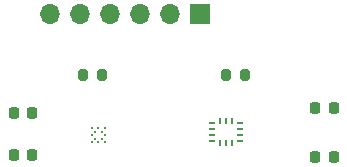
<source format=gbr>
%TF.GenerationSoftware,KiCad,Pcbnew,(6.0.7)*%
%TF.CreationDate,2023-01-24T00:42:55-08:00*%
%TF.ProjectId,Sensors,53656e73-6f72-4732-9e6b-696361645f70,rev?*%
%TF.SameCoordinates,Original*%
%TF.FileFunction,Soldermask,Top*%
%TF.FilePolarity,Negative*%
%FSLAX46Y46*%
G04 Gerber Fmt 4.6, Leading zero omitted, Abs format (unit mm)*
G04 Created by KiCad (PCBNEW (6.0.7)) date 2023-01-24 00:42:55*
%MOMM*%
%LPD*%
G01*
G04 APERTURE LIST*
G04 Aperture macros list*
%AMRoundRect*
0 Rectangle with rounded corners*
0 $1 Rounding radius*
0 $2 $3 $4 $5 $6 $7 $8 $9 X,Y pos of 4 corners*
0 Add a 4 corners polygon primitive as box body*
4,1,4,$2,$3,$4,$5,$6,$7,$8,$9,$2,$3,0*
0 Add four circle primitives for the rounded corners*
1,1,$1+$1,$2,$3*
1,1,$1+$1,$4,$5*
1,1,$1+$1,$6,$7*
1,1,$1+$1,$8,$9*
0 Add four rect primitives between the rounded corners*
20,1,$1+$1,$2,$3,$4,$5,0*
20,1,$1+$1,$4,$5,$6,$7,0*
20,1,$1+$1,$6,$7,$8,$9,0*
20,1,$1+$1,$8,$9,$2,$3,0*%
G04 Aperture macros list end*
%ADD10RoundRect,0.225000X-0.225000X-0.250000X0.225000X-0.250000X0.225000X0.250000X-0.225000X0.250000X0*%
%ADD11RoundRect,0.225000X0.225000X0.250000X-0.225000X0.250000X-0.225000X-0.250000X0.225000X-0.250000X0*%
%ADD12C,0.200000*%
%ADD13R,1.700000X1.700000*%
%ADD14O,1.700000X1.700000*%
%ADD15RoundRect,0.200000X0.200000X0.275000X-0.200000X0.275000X-0.200000X-0.275000X0.200000X-0.275000X0*%
%ADD16RoundRect,0.200000X-0.200000X-0.275000X0.200000X-0.275000X0.200000X0.275000X-0.200000X0.275000X0*%
%ADD17R,0.475000X0.250000*%
%ADD18R,0.250000X0.475000*%
G04 APERTURE END LIST*
D10*
%TO.C,C4*%
X116586491Y-61684795D03*
X118136491Y-61684795D03*
%TD*%
D11*
%TO.C,C1*%
X92579900Y-57931781D03*
X91029900Y-57931781D03*
%TD*%
%TO.C,C2*%
X92579900Y-61444509D03*
X91029900Y-61444509D03*
%TD*%
D12*
%TO.C,U02*%
X98783485Y-59236290D03*
X98783485Y-59802290D03*
X98783485Y-60368290D03*
X98500485Y-59519290D03*
X98500485Y-60085290D03*
X98217485Y-59236290D03*
X98217485Y-60368290D03*
X97934485Y-59519290D03*
X97934485Y-60085290D03*
X97651485Y-59236290D03*
X97651485Y-59802290D03*
X97651485Y-60368290D03*
%TD*%
D13*
%TO.C,J1*%
X106778163Y-49513787D03*
D14*
X104238163Y-49513787D03*
X101698163Y-49513787D03*
X99158163Y-49513787D03*
X96618163Y-49513787D03*
X94078163Y-49513787D03*
%TD*%
D10*
%TO.C,C3*%
X116586491Y-57463011D03*
X118136491Y-57463011D03*
%TD*%
D15*
%TO.C,R1*%
X110623363Y-54742305D03*
X108973363Y-54742305D03*
%TD*%
D16*
%TO.C,R2*%
X98527332Y-54742305D03*
X96877332Y-54742305D03*
%TD*%
D17*
%TO.C,U01*%
X107856456Y-58766169D03*
X107856456Y-59266169D03*
X107856456Y-59766169D03*
X107856456Y-60266169D03*
D18*
X108518956Y-60428669D03*
X109018956Y-60428669D03*
X109518956Y-60428669D03*
D17*
X110181456Y-60266169D03*
X110181456Y-59766169D03*
X110181456Y-59266169D03*
X110181456Y-58766169D03*
D18*
X109518956Y-58603669D03*
X109018956Y-58603669D03*
X108518956Y-58603669D03*
%TD*%
M02*

</source>
